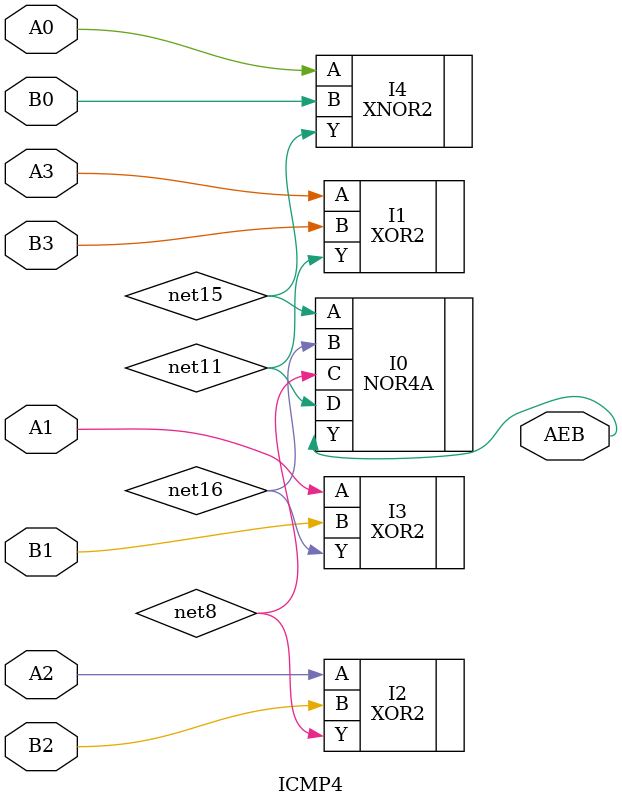
<source format=v>

`timescale 1 ns / 100 ps
module ICMP4( A0, A1, A2, A3, AEB, B0, B1, B2, B3 );

input A3, A2, A1, A0, B3, B2, B1, B0;
output AEB;










specify 
    specparam CDS_LIBNAME  = "3200DX";
    specparam CDS_CELLNAME = "ICMP4";
    specparam CDS_VIEWNAME = "schematic";
endspecify

XNOR2  I4( .A(A0), .B(B0), .Y(net15));
XOR2  I3( .Y(net16), .A(A1), .B(B1));
XOR2  I2( .Y(net8), .A(A2), .B(B2));
XOR2  I1( .Y(net11), .A(A3), .B(B3));
NOR4A  I0( .C(net8), .A(net15), .B(net16), .D(net11), .Y(AEB));

endmodule

</source>
